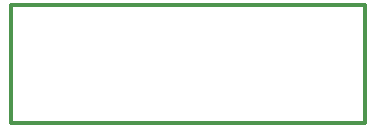
<source format=gko>
G04 Layer_Color=16711935*
%FSTAX24Y24*%
%MOIN*%
G70*
G01*
G75*
%ADD26C,0.0118*%
D26*
X02295Y03D02*
X02885D01*
X0318D02*
Y03395D01*
X02D02*
X0318D01*
X02Y03D02*
Y03395D01*
Y03D02*
X02295D01*
X02885D02*
X0318D01*
M02*

</source>
